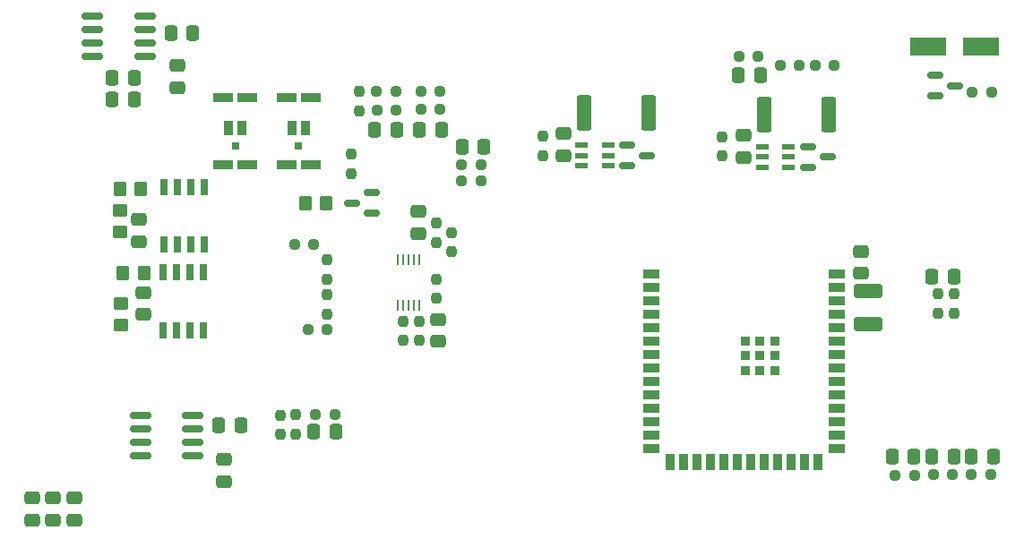
<source format=gbr>
%TF.GenerationSoftware,KiCad,Pcbnew,(6.0.1)*%
%TF.CreationDate,2022-09-27T15:52:50+02:00*%
%TF.ProjectId,WetterStationPCB,57657474-6572-4537-9461-74696f6e5043,rev?*%
%TF.SameCoordinates,Original*%
%TF.FileFunction,Paste,Bot*%
%TF.FilePolarity,Positive*%
%FSLAX46Y46*%
G04 Gerber Fmt 4.6, Leading zero omitted, Abs format (unit mm)*
G04 Created by KiCad (PCBNEW (6.0.1)) date 2022-09-27 15:52:50*
%MOMM*%
%LPD*%
G01*
G04 APERTURE LIST*
G04 Aperture macros list*
%AMRoundRect*
0 Rectangle with rounded corners*
0 $1 Rounding radius*
0 $2 $3 $4 $5 $6 $7 $8 $9 X,Y pos of 4 corners*
0 Add a 4 corners polygon primitive as box body*
4,1,4,$2,$3,$4,$5,$6,$7,$8,$9,$2,$3,0*
0 Add four circle primitives for the rounded corners*
1,1,$1+$1,$2,$3*
1,1,$1+$1,$4,$5*
1,1,$1+$1,$6,$7*
1,1,$1+$1,$8,$9*
0 Add four rect primitives between the rounded corners*
20,1,$1+$1,$2,$3,$4,$5,0*
20,1,$1+$1,$4,$5,$6,$7,0*
20,1,$1+$1,$6,$7,$8,$9,0*
20,1,$1+$1,$8,$9,$2,$3,0*%
G04 Aperture macros list end*
%ADD10RoundRect,0.150000X0.587500X0.150000X-0.587500X0.150000X-0.587500X-0.150000X0.587500X-0.150000X0*%
%ADD11RoundRect,0.237500X-0.237500X0.250000X-0.237500X-0.250000X0.237500X-0.250000X0.237500X0.250000X0*%
%ADD12RoundRect,0.250000X-0.450000X0.350000X-0.450000X-0.350000X0.450000X-0.350000X0.450000X0.350000X0*%
%ADD13RoundRect,0.237500X0.250000X0.237500X-0.250000X0.237500X-0.250000X-0.237500X0.250000X-0.237500X0*%
%ADD14RoundRect,0.250000X0.337500X0.475000X-0.337500X0.475000X-0.337500X-0.475000X0.337500X-0.475000X0*%
%ADD15RoundRect,0.237500X-0.250000X-0.237500X0.250000X-0.237500X0.250000X0.237500X-0.250000X0.237500X0*%
%ADD16RoundRect,0.250000X-0.475000X0.337500X-0.475000X-0.337500X0.475000X-0.337500X0.475000X0.337500X0*%
%ADD17RoundRect,0.249999X-0.450001X-1.425001X0.450001X-1.425001X0.450001X1.425001X-0.450001X1.425001X0*%
%ADD18RoundRect,0.150000X-0.825000X-0.150000X0.825000X-0.150000X0.825000X0.150000X-0.825000X0.150000X0*%
%ADD19RoundRect,0.250000X0.350000X0.450000X-0.350000X0.450000X-0.350000X-0.450000X0.350000X-0.450000X0*%
%ADD20RoundRect,0.250000X-0.337500X-0.475000X0.337500X-0.475000X0.337500X0.475000X-0.337500X0.475000X0*%
%ADD21RoundRect,0.250000X-0.350000X-0.450000X0.350000X-0.450000X0.350000X0.450000X-0.350000X0.450000X0*%
%ADD22RoundRect,0.237500X0.237500X-0.250000X0.237500X0.250000X-0.237500X0.250000X-0.237500X-0.250000X0*%
%ADD23RoundRect,0.250000X0.450000X-0.350000X0.450000X0.350000X-0.450000X0.350000X-0.450000X-0.350000X0*%
%ADD24R,1.850000X0.900000*%
%ADD25R,0.750000X0.750000*%
%ADD26R,0.870000X1.450000*%
%ADD27RoundRect,0.150000X-0.587500X-0.150000X0.587500X-0.150000X0.587500X0.150000X-0.587500X0.150000X0*%
%ADD28RoundRect,0.250000X0.475000X-0.337500X0.475000X0.337500X-0.475000X0.337500X-0.475000X-0.337500X0*%
%ADD29R,0.700000X1.525000*%
%ADD30R,1.150000X0.600000*%
%ADD31R,0.250000X1.100000*%
%ADD32R,1.500000X0.900000*%
%ADD33R,0.900000X1.500000*%
%ADD34R,0.900000X0.900000*%
%ADD35R,3.500000X1.800000*%
%ADD36RoundRect,0.250000X-1.100000X0.412500X-1.100000X-0.412500X1.100000X-0.412500X1.100000X0.412500X0*%
G04 APERTURE END LIST*
D10*
%TO.C,Q1*%
X56937500Y-127850000D03*
X56937500Y-129750000D03*
X55062500Y-128800000D03*
%TD*%
D11*
%TO.C,R24*%
X111900000Y-137387500D03*
X111900000Y-139212500D03*
%TD*%
D12*
%TO.C,R35*%
X33100000Y-129500000D03*
X33100000Y-131500000D03*
%TD*%
D13*
%TO.C,R5*%
X59200000Y-120000000D03*
X57375000Y-120000000D03*
%TD*%
D14*
%TO.C,C7*%
X53494866Y-150450824D03*
X51419866Y-150450824D03*
%TD*%
D15*
%TO.C,R7*%
X61550000Y-119900000D03*
X63375000Y-119900000D03*
%TD*%
D11*
%TO.C,R18*%
X73100000Y-122487500D03*
X73100000Y-124312500D03*
%TD*%
D16*
%TO.C,C27*%
X28788699Y-156694548D03*
X28788699Y-158769548D03*
%TD*%
D17*
%TO.C,R20*%
X76950000Y-120300000D03*
X83050000Y-120300000D03*
%TD*%
D18*
%TO.C,U2*%
X30525000Y-114905000D03*
X30525000Y-113635000D03*
X30525000Y-112365000D03*
X30525000Y-111095000D03*
X35475000Y-111095000D03*
X35475000Y-112365000D03*
X35475000Y-113635000D03*
X35475000Y-114905000D03*
%TD*%
D13*
%TO.C,R15*%
X67200000Y-125200000D03*
X65375000Y-125200000D03*
%TD*%
D14*
%TO.C,C4*%
X63500000Y-121900000D03*
X61425000Y-121900000D03*
%TD*%
%TO.C,C5*%
X59261962Y-121891118D03*
X57186962Y-121891118D03*
%TD*%
D15*
%TO.C,R14*%
X65375000Y-126700000D03*
X67200000Y-126700000D03*
%TD*%
D17*
%TO.C,R21*%
X93987500Y-120450000D03*
X100087500Y-120450000D03*
%TD*%
D19*
%TO.C,R16*%
X52600000Y-128800000D03*
X50600000Y-128800000D03*
%TD*%
D20*
%TO.C,C8*%
X37900000Y-112700000D03*
X39975000Y-112700000D03*
%TD*%
D21*
%TO.C,R39*%
X33400000Y-135400000D03*
X35400000Y-135400000D03*
%TD*%
D20*
%TO.C,C16*%
X106062500Y-152800000D03*
X108137500Y-152800000D03*
%TD*%
D11*
%TO.C,R19*%
X90037500Y-122537500D03*
X90037500Y-124362500D03*
%TD*%
D14*
%TO.C,C1*%
X93637500Y-116700000D03*
X91562500Y-116700000D03*
%TD*%
D13*
%TO.C,R10*%
X53433644Y-148800000D03*
X51608644Y-148800000D03*
%TD*%
D18*
%TO.C,U6*%
X35025000Y-152705000D03*
X35025000Y-151435000D03*
X35025000Y-150165000D03*
X35025000Y-148895000D03*
X39975000Y-148895000D03*
X39975000Y-150165000D03*
X39975000Y-151435000D03*
X39975000Y-152705000D03*
%TD*%
D14*
%TO.C,C10*%
X67525000Y-123500000D03*
X65450000Y-123500000D03*
%TD*%
D13*
%TO.C,R6*%
X63377228Y-118278860D03*
X61552228Y-118278860D03*
%TD*%
D22*
%TO.C,R17*%
X55000000Y-126000000D03*
X55000000Y-124175000D03*
%TD*%
%TO.C,R25*%
X110400000Y-139212500D03*
X110400000Y-137387500D03*
%TD*%
D13*
%TO.C,R36*%
X51412500Y-132700000D03*
X49587500Y-132700000D03*
%TD*%
D23*
%TO.C,R38*%
X33200000Y-140300000D03*
X33200000Y-138300000D03*
%TD*%
D24*
%TO.C,Q3*%
X42825000Y-118800000D03*
X42825000Y-125200000D03*
X45175000Y-118800000D03*
X45175000Y-125200000D03*
D25*
X44000000Y-123450000D03*
D26*
X44610000Y-121700000D03*
X43390000Y-121700000D03*
%TD*%
D27*
%TO.C,Q6*%
X110162500Y-118650000D03*
X110162500Y-116750000D03*
X112037500Y-117700000D03*
%TD*%
D28*
%TO.C,C13*%
X75000000Y-124337500D03*
X75000000Y-122262500D03*
%TD*%
D14*
%TO.C,C18*%
X111937500Y-135800000D03*
X109862500Y-135800000D03*
%TD*%
D27*
%TO.C,Q4*%
X81062500Y-125250000D03*
X81062500Y-123350000D03*
X82937500Y-124300000D03*
%TD*%
D16*
%TO.C,C25*%
X35300000Y-137262500D03*
X35300000Y-139337500D03*
%TD*%
D24*
%TO.C,Q2*%
X51175000Y-118800000D03*
X51175000Y-125200000D03*
X48825000Y-125200000D03*
X48825000Y-118800000D03*
D25*
X50000000Y-123450000D03*
D26*
X49390000Y-121700000D03*
X50610000Y-121700000D03*
%TD*%
D27*
%TO.C,Q5*%
X98100000Y-125400000D03*
X98100000Y-123500000D03*
X99975000Y-124450000D03*
%TD*%
D21*
%TO.C,R34*%
X33100000Y-127500000D03*
X35100000Y-127500000D03*
%TD*%
D29*
%TO.C,IC5*%
X41005000Y-140812000D03*
X39735000Y-140812000D03*
X38465000Y-140812000D03*
X37195000Y-140812000D03*
X37195000Y-135388000D03*
X38465000Y-135388000D03*
X39735000Y-135388000D03*
X41005000Y-135388000D03*
%TD*%
D13*
%TO.C,R26*%
X108212500Y-154600000D03*
X106387500Y-154600000D03*
%TD*%
D30*
%TO.C,IC3*%
X93787500Y-125400000D03*
X93787500Y-124450000D03*
X93787500Y-123500000D03*
X96287500Y-123500000D03*
X96287500Y-124450000D03*
X96287500Y-125400000D03*
%TD*%
D13*
%TO.C,R30*%
X115477753Y-118365674D03*
X113652753Y-118365674D03*
%TD*%
D20*
%TO.C,C19*%
X32361722Y-118990647D03*
X34436722Y-118990647D03*
%TD*%
%TO.C,C20*%
X113562500Y-152800000D03*
X115637500Y-152800000D03*
%TD*%
%TO.C,C22*%
X32362500Y-117000000D03*
X34437500Y-117000000D03*
%TD*%
D11*
%TO.C,R22*%
X61400000Y-139987500D03*
X61400000Y-141812500D03*
%TD*%
D28*
%TO.C,C9*%
X61300000Y-131675000D03*
X61300000Y-129600000D03*
%TD*%
D11*
%TO.C,R9*%
X49750888Y-148840468D03*
X49750888Y-150665468D03*
%TD*%
D20*
%TO.C,C17*%
X109862500Y-152800000D03*
X111937500Y-152800000D03*
%TD*%
D11*
%TO.C,R4*%
X55703291Y-118253689D03*
X55703291Y-120078689D03*
%TD*%
D13*
%TO.C,R27*%
X111812500Y-154500000D03*
X109987500Y-154500000D03*
%TD*%
D31*
%TO.C,U3*%
X61400000Y-138450000D03*
X60900000Y-138450000D03*
X60400000Y-138450000D03*
X59900000Y-138450000D03*
X59400000Y-138450000D03*
X59400000Y-134150000D03*
X59900000Y-134150000D03*
X60400000Y-134150000D03*
X60900000Y-134150000D03*
X61400000Y-134150000D03*
%TD*%
D16*
%TO.C,C6*%
X38500000Y-115800000D03*
X38500000Y-117875000D03*
%TD*%
D15*
%TO.C,R29*%
X98787500Y-115756250D03*
X100612500Y-115756250D03*
%TD*%
D11*
%TO.C,R32*%
X52700000Y-134187500D03*
X52700000Y-136012500D03*
%TD*%
D16*
%TO.C,C11*%
X42900000Y-153062500D03*
X42900000Y-155137500D03*
%TD*%
D32*
%TO.C,IC1*%
X100850000Y-135540000D03*
X100850000Y-136810000D03*
X100850000Y-138080000D03*
X100850000Y-139350000D03*
X100850000Y-140620000D03*
X100850000Y-141890000D03*
X100850000Y-143160000D03*
X100850000Y-144430000D03*
X100850000Y-145700000D03*
X100850000Y-146970000D03*
X100850000Y-148240000D03*
X100850000Y-149510000D03*
X100850000Y-150780000D03*
X100850000Y-152050000D03*
D33*
X99085000Y-153300000D03*
X97815000Y-153300000D03*
X96545000Y-153300000D03*
X95275000Y-153300000D03*
X94005000Y-153300000D03*
X92735000Y-153300000D03*
X91465000Y-153300000D03*
X90195000Y-153300000D03*
X88925000Y-153300000D03*
X87655000Y-153300000D03*
X86385000Y-153300000D03*
X85115000Y-153300000D03*
D32*
X83350000Y-152050000D03*
X83350000Y-150780000D03*
X83350000Y-149510000D03*
X83350000Y-148240000D03*
X83350000Y-146970000D03*
X83350000Y-145700000D03*
X83350000Y-144430000D03*
X83350000Y-143160000D03*
X83350000Y-141890000D03*
X83350000Y-140620000D03*
X83350000Y-139350000D03*
X83350000Y-138080000D03*
X83350000Y-136810000D03*
X83350000Y-135540000D03*
D34*
X93600000Y-143260000D03*
X93600000Y-141860000D03*
X95000000Y-141860000D03*
X95000000Y-143260000D03*
X95000000Y-144660000D03*
X93600000Y-144660000D03*
X92200000Y-144660000D03*
X92200000Y-143260000D03*
X92200000Y-141860000D03*
%TD*%
D20*
%TO.C,C12*%
X42462500Y-149800000D03*
X44537500Y-149800000D03*
%TD*%
D16*
%TO.C,C23*%
X24800000Y-156700000D03*
X24800000Y-158775000D03*
%TD*%
D28*
%TO.C,C24*%
X34900000Y-132437500D03*
X34900000Y-130362500D03*
%TD*%
%TO.C,C14*%
X92037500Y-124487500D03*
X92037500Y-122412500D03*
%TD*%
D22*
%TO.C,R12*%
X64400000Y-133412500D03*
X64400000Y-131587500D03*
%TD*%
%TO.C,R11*%
X63000000Y-137812500D03*
X63000000Y-135987500D03*
%TD*%
D35*
%TO.C,D1*%
X114500000Y-114000000D03*
X109500000Y-114000000D03*
%TD*%
D30*
%TO.C,IC2*%
X76750000Y-125250000D03*
X76750000Y-124300000D03*
X76750000Y-123350000D03*
X79250000Y-123350000D03*
X79250000Y-124300000D03*
X79250000Y-125250000D03*
%TD*%
D36*
%TO.C,C2*%
X103800000Y-137137500D03*
X103800000Y-140262500D03*
%TD*%
D22*
%TO.C,R23*%
X59848657Y-141801419D03*
X59848657Y-139976419D03*
%TD*%
D13*
%TO.C,R28*%
X97312500Y-115756250D03*
X95487500Y-115756250D03*
%TD*%
%TO.C,R37*%
X52712500Y-140800000D03*
X50887500Y-140800000D03*
%TD*%
D11*
%TO.C,R33*%
X52700000Y-137487500D03*
X52700000Y-139312500D03*
%TD*%
D28*
%TO.C,C3*%
X103100000Y-135437500D03*
X103100000Y-133362500D03*
%TD*%
D13*
%TO.C,R3*%
X59171983Y-118269978D03*
X57346983Y-118269978D03*
%TD*%
%TO.C,R31*%
X115412500Y-154500000D03*
X113587500Y-154500000D03*
%TD*%
D16*
%TO.C,C26*%
X26800000Y-156700000D03*
X26800000Y-158775000D03*
%TD*%
D22*
%TO.C,R8*%
X48232788Y-150698711D03*
X48232788Y-148873711D03*
%TD*%
%TO.C,R13*%
X63000000Y-132512500D03*
X63000000Y-130687500D03*
%TD*%
D16*
%TO.C,C15*%
X63150801Y-139818175D03*
X63150801Y-141893175D03*
%TD*%
D15*
%TO.C,R1*%
X91587500Y-114900000D03*
X93412500Y-114900000D03*
%TD*%
D29*
%TO.C,IC4*%
X37230000Y-127288000D03*
X38500000Y-127288000D03*
X39770000Y-127288000D03*
X41040000Y-127288000D03*
X41040000Y-132712000D03*
X39770000Y-132712000D03*
X38500000Y-132712000D03*
X37230000Y-132712000D03*
%TD*%
M02*

</source>
